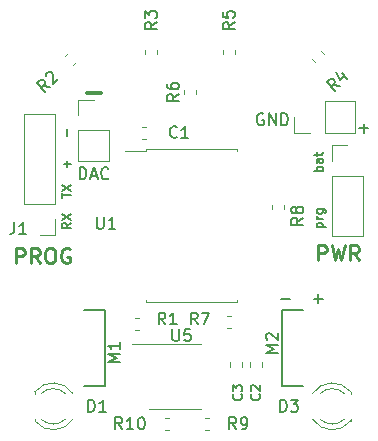
<source format=gbr>
G04 #@! TF.GenerationSoftware,KiCad,Pcbnew,(5.99.0-12170-ge0011fcd93)*
G04 #@! TF.CreationDate,2021-10-18T14:42:09-07:00*
G04 #@! TF.ProjectId,microbug,6d696372-6f62-4756-972e-6b696361645f,rev?*
G04 #@! TF.SameCoordinates,Original*
G04 #@! TF.FileFunction,Legend,Top*
G04 #@! TF.FilePolarity,Positive*
%FSLAX46Y46*%
G04 Gerber Fmt 4.6, Leading zero omitted, Abs format (unit mm)*
G04 Created by KiCad (PCBNEW (5.99.0-12170-ge0011fcd93)) date 2021-10-18 14:42:09*
%MOMM*%
%LPD*%
G01*
G04 APERTURE LIST*
%ADD10C,0.190500*%
%ADD11C,0.254000*%
%ADD12C,0.150000*%
%ADD13C,0.300000*%
%ADD14C,0.120000*%
G04 APERTURE END LIST*
D10*
X84672714Y-57458428D02*
X85434714Y-57458428D01*
X84709000Y-57458428D02*
X84672714Y-57385857D01*
X84672714Y-57240714D01*
X84709000Y-57168142D01*
X84745285Y-57131857D01*
X84817857Y-57095571D01*
X85035571Y-57095571D01*
X85108142Y-57131857D01*
X85144428Y-57168142D01*
X85180714Y-57240714D01*
X85180714Y-57385857D01*
X85144428Y-57458428D01*
X85180714Y-56769000D02*
X84672714Y-56769000D01*
X84817857Y-56769000D02*
X84745285Y-56732714D01*
X84709000Y-56696428D01*
X84672714Y-56623857D01*
X84672714Y-56551285D01*
X84672714Y-55970714D02*
X85289571Y-55970714D01*
X85362142Y-56007000D01*
X85398428Y-56043285D01*
X85434714Y-56115857D01*
X85434714Y-56224714D01*
X85398428Y-56297285D01*
X85144428Y-55970714D02*
X85180714Y-56043285D01*
X85180714Y-56188428D01*
X85144428Y-56261000D01*
X85108142Y-56297285D01*
X85035571Y-56333571D01*
X84817857Y-56333571D01*
X84745285Y-56297285D01*
X84709000Y-56261000D01*
X84672714Y-56188428D01*
X84672714Y-56043285D01*
X84709000Y-55970714D01*
X85180714Y-52705000D02*
X84418714Y-52705000D01*
X84709000Y-52705000D02*
X84672714Y-52632428D01*
X84672714Y-52487285D01*
X84709000Y-52414714D01*
X84745285Y-52378428D01*
X84817857Y-52342142D01*
X85035571Y-52342142D01*
X85108142Y-52378428D01*
X85144428Y-52414714D01*
X85180714Y-52487285D01*
X85180714Y-52632428D01*
X85144428Y-52705000D01*
X85180714Y-51689000D02*
X84781571Y-51689000D01*
X84709000Y-51725285D01*
X84672714Y-51797857D01*
X84672714Y-51943000D01*
X84709000Y-52015571D01*
X85144428Y-51689000D02*
X85180714Y-51761571D01*
X85180714Y-51943000D01*
X85144428Y-52015571D01*
X85071857Y-52051857D01*
X84999285Y-52051857D01*
X84926714Y-52015571D01*
X84890428Y-51943000D01*
X84890428Y-51761571D01*
X84854142Y-51689000D01*
X84672714Y-51435000D02*
X84672714Y-51144714D01*
X84418714Y-51326142D02*
X85071857Y-51326142D01*
X85144428Y-51289857D01*
X85180714Y-51217285D01*
X85180714Y-51144714D01*
X63844714Y-57095571D02*
X63481857Y-57349571D01*
X63844714Y-57530999D02*
X63082714Y-57530999D01*
X63082714Y-57240714D01*
X63119000Y-57168142D01*
X63155285Y-57131857D01*
X63227857Y-57095571D01*
X63336714Y-57095571D01*
X63409285Y-57131857D01*
X63445571Y-57168142D01*
X63481857Y-57240714D01*
X63481857Y-57530999D01*
X63082714Y-56841571D02*
X63844714Y-56333571D01*
X63082714Y-56333571D02*
X63844714Y-56841571D01*
X63082714Y-54990999D02*
X63082714Y-54555571D01*
X63844714Y-54773285D02*
X63082714Y-54773285D01*
X63082714Y-54374142D02*
X63844714Y-53866142D01*
X63082714Y-53866142D02*
X63844714Y-54374142D01*
X63554428Y-52414714D02*
X63554428Y-51834142D01*
X63844714Y-52124428D02*
X63264142Y-52124428D01*
X63554428Y-49729571D02*
X63554428Y-49149000D01*
D11*
X59200142Y-60518523D02*
X59200142Y-59248523D01*
X59683952Y-59248523D01*
X59804904Y-59309000D01*
X59865380Y-59369476D01*
X59925857Y-59490428D01*
X59925857Y-59671857D01*
X59865380Y-59792809D01*
X59804904Y-59853285D01*
X59683952Y-59913761D01*
X59200142Y-59913761D01*
X61195857Y-60518523D02*
X60772523Y-59913761D01*
X60470142Y-60518523D02*
X60470142Y-59248523D01*
X60953952Y-59248523D01*
X61074904Y-59309000D01*
X61135380Y-59369476D01*
X61195857Y-59490428D01*
X61195857Y-59671857D01*
X61135380Y-59792809D01*
X61074904Y-59853285D01*
X60953952Y-59913761D01*
X60470142Y-59913761D01*
X61982047Y-59248523D02*
X62223952Y-59248523D01*
X62344904Y-59309000D01*
X62465857Y-59429952D01*
X62526333Y-59671857D01*
X62526333Y-60095190D01*
X62465857Y-60337095D01*
X62344904Y-60458047D01*
X62223952Y-60518523D01*
X61982047Y-60518523D01*
X61861095Y-60458047D01*
X61740142Y-60337095D01*
X61679666Y-60095190D01*
X61679666Y-59671857D01*
X61740142Y-59429952D01*
X61861095Y-59309000D01*
X61982047Y-59248523D01*
X63735857Y-59309000D02*
X63614904Y-59248523D01*
X63433476Y-59248523D01*
X63252047Y-59309000D01*
X63131095Y-59429952D01*
X63070619Y-59550904D01*
X63010142Y-59792809D01*
X63010142Y-59974238D01*
X63070619Y-60216142D01*
X63131095Y-60337095D01*
X63252047Y-60458047D01*
X63433476Y-60518523D01*
X63554428Y-60518523D01*
X63735857Y-60458047D01*
X63796333Y-60397571D01*
X63796333Y-59974238D01*
X63554428Y-59974238D01*
X84793666Y-60264523D02*
X84793666Y-58994523D01*
X85277476Y-58994523D01*
X85398428Y-59055000D01*
X85458904Y-59115476D01*
X85519380Y-59236428D01*
X85519380Y-59417857D01*
X85458904Y-59538809D01*
X85398428Y-59599285D01*
X85277476Y-59659761D01*
X84793666Y-59659761D01*
X85942714Y-58994523D02*
X86245095Y-60264523D01*
X86487000Y-59357380D01*
X86728904Y-60264523D01*
X87031285Y-58994523D01*
X88240809Y-60264523D02*
X87817476Y-59659761D01*
X87515095Y-60264523D02*
X87515095Y-58994523D01*
X87998904Y-58994523D01*
X88119857Y-59055000D01*
X88180333Y-59115476D01*
X88240809Y-59236428D01*
X88240809Y-59417857D01*
X88180333Y-59538809D01*
X88119857Y-59599285D01*
X87998904Y-59659761D01*
X87515095Y-59659761D01*
D12*
X64595523Y-53411380D02*
X64595523Y-52411380D01*
X64833619Y-52411380D01*
X64976476Y-52459000D01*
X65071714Y-52554238D01*
X65119333Y-52649476D01*
X65166952Y-52839952D01*
X65166952Y-52982809D01*
X65119333Y-53173285D01*
X65071714Y-53268523D01*
X64976476Y-53363761D01*
X64833619Y-53411380D01*
X64595523Y-53411380D01*
X65547904Y-53125666D02*
X66024095Y-53125666D01*
X65452666Y-53411380D02*
X65786000Y-52411380D01*
X66119333Y-53411380D01*
X67024095Y-53316142D02*
X66976476Y-53363761D01*
X66833619Y-53411380D01*
X66738380Y-53411380D01*
X66595523Y-53363761D01*
X66500285Y-53268523D01*
X66452666Y-53173285D01*
X66405047Y-52982809D01*
X66405047Y-52839952D01*
X66452666Y-52649476D01*
X66500285Y-52554238D01*
X66595523Y-52459000D01*
X66738380Y-52411380D01*
X66833619Y-52411380D01*
X66976476Y-52459000D01*
X67024095Y-52506619D01*
X84394047Y-63546428D02*
X85155952Y-63546428D01*
X84775000Y-63927380D02*
X84775000Y-63165476D01*
X80137095Y-47887000D02*
X80041857Y-47839380D01*
X79899000Y-47839380D01*
X79756142Y-47887000D01*
X79660904Y-47982238D01*
X79613285Y-48077476D01*
X79565666Y-48267952D01*
X79565666Y-48410809D01*
X79613285Y-48601285D01*
X79660904Y-48696523D01*
X79756142Y-48791761D01*
X79899000Y-48839380D01*
X79994238Y-48839380D01*
X80137095Y-48791761D01*
X80184714Y-48744142D01*
X80184714Y-48410809D01*
X79994238Y-48410809D01*
X80613285Y-48839380D02*
X80613285Y-47839380D01*
X81184714Y-48839380D01*
X81184714Y-47839380D01*
X81660904Y-48839380D02*
X81660904Y-47839380D01*
X81899000Y-47839380D01*
X82041857Y-47887000D01*
X82137095Y-47982238D01*
X82184714Y-48077476D01*
X82232333Y-48267952D01*
X82232333Y-48410809D01*
X82184714Y-48601285D01*
X82137095Y-48696523D01*
X82041857Y-48791761D01*
X81899000Y-48839380D01*
X81660904Y-48839380D01*
X81669047Y-63596428D02*
X82430952Y-63596428D01*
X88265047Y-49093428D02*
X89026952Y-49093428D01*
X88646000Y-49474380D02*
X88646000Y-48712476D01*
D13*
X65214571Y-46081142D02*
X66357428Y-46081142D01*
D12*
X71101380Y-40114666D02*
X70625190Y-40448000D01*
X71101380Y-40686095D02*
X70101380Y-40686095D01*
X70101380Y-40305142D01*
X70149000Y-40209904D01*
X70196619Y-40162285D01*
X70291857Y-40114666D01*
X70434714Y-40114666D01*
X70529952Y-40162285D01*
X70577571Y-40209904D01*
X70625190Y-40305142D01*
X70625190Y-40686095D01*
X70101380Y-39781333D02*
X70101380Y-39162285D01*
X70482333Y-39495619D01*
X70482333Y-39352761D01*
X70529952Y-39257523D01*
X70577571Y-39209904D01*
X70672809Y-39162285D01*
X70910904Y-39162285D01*
X71006142Y-39209904D01*
X71053761Y-39257523D01*
X71101380Y-39352761D01*
X71101380Y-39638476D01*
X71053761Y-39733714D01*
X71006142Y-39781333D01*
X86627030Y-45512732D02*
X86054610Y-45411717D01*
X86222969Y-45916793D02*
X85515862Y-45209687D01*
X85785236Y-44940312D01*
X85886251Y-44906641D01*
X85953595Y-44906641D01*
X86054610Y-44940312D01*
X86155625Y-45041328D01*
X86189297Y-45142343D01*
X86189297Y-45209687D01*
X86155625Y-45310702D01*
X85886251Y-45580076D01*
X86761717Y-44435236D02*
X87233122Y-44906641D01*
X86323984Y-44334221D02*
X86660702Y-45007656D01*
X87098435Y-44569923D01*
X77705380Y-40142667D02*
X77229190Y-40476001D01*
X77705380Y-40714096D02*
X76705380Y-40714096D01*
X76705380Y-40333143D01*
X76753000Y-40237905D01*
X76800619Y-40190286D01*
X76895857Y-40142667D01*
X77038714Y-40142667D01*
X77133952Y-40190286D01*
X77181571Y-40237905D01*
X77229190Y-40333143D01*
X77229190Y-40714096D01*
X76705380Y-39237905D02*
X76705380Y-39714096D01*
X77181571Y-39761715D01*
X77133952Y-39714096D01*
X77086333Y-39618858D01*
X77086333Y-39380762D01*
X77133952Y-39285524D01*
X77181571Y-39237905D01*
X77276809Y-39190286D01*
X77514904Y-39190286D01*
X77610142Y-39237905D01*
X77657761Y-39285524D01*
X77705380Y-39380762D01*
X77705380Y-39618858D01*
X77657761Y-39714096D01*
X77610142Y-39761715D01*
X72973380Y-46196665D02*
X72497190Y-46529999D01*
X72973380Y-46768094D02*
X71973380Y-46768094D01*
X71973380Y-46387141D01*
X72021000Y-46291903D01*
X72068619Y-46244284D01*
X72163857Y-46196665D01*
X72306714Y-46196665D01*
X72401952Y-46244284D01*
X72449571Y-46291903D01*
X72497190Y-46387141D01*
X72497190Y-46768094D01*
X71973380Y-45339522D02*
X71973380Y-45529999D01*
X72021000Y-45625237D01*
X72068619Y-45672856D01*
X72211476Y-45768094D01*
X72401952Y-45815713D01*
X72782904Y-45815713D01*
X72878142Y-45768094D01*
X72925761Y-45720475D01*
X72973380Y-45625237D01*
X72973380Y-45434760D01*
X72925761Y-45339522D01*
X72878142Y-45291903D01*
X72782904Y-45244284D01*
X72544809Y-45244284D01*
X72449571Y-45291903D01*
X72401952Y-45339522D01*
X72354333Y-45434760D01*
X72354333Y-45625237D01*
X72401952Y-45720475D01*
X72449571Y-45768094D01*
X72544809Y-45815713D01*
X62088030Y-45592732D02*
X61515610Y-45491717D01*
X61683969Y-45996793D02*
X60976862Y-45289687D01*
X61246236Y-45020312D01*
X61347251Y-44986641D01*
X61414595Y-44986641D01*
X61515610Y-45020312D01*
X61616625Y-45121328D01*
X61650297Y-45222343D01*
X61650297Y-45289687D01*
X61616625Y-45390702D01*
X61347251Y-45660076D01*
X61717641Y-44683595D02*
X61717641Y-44616251D01*
X61751312Y-44515236D01*
X61919671Y-44346877D01*
X62020687Y-44313206D01*
X62088030Y-44313206D01*
X62189045Y-44346877D01*
X62256389Y-44414221D01*
X62323732Y-44548908D01*
X62323732Y-45357030D01*
X62761465Y-44919297D01*
X79787714Y-71621333D02*
X79825809Y-71659428D01*
X79863904Y-71773714D01*
X79863904Y-71849904D01*
X79825809Y-71964190D01*
X79749619Y-72040380D01*
X79673428Y-72078476D01*
X79521047Y-72116571D01*
X79406761Y-72116571D01*
X79254380Y-72078476D01*
X79178190Y-72040380D01*
X79102000Y-71964190D01*
X79063904Y-71849904D01*
X79063904Y-71773714D01*
X79102000Y-71659428D01*
X79140095Y-71621333D01*
X79140095Y-71316571D02*
X79102000Y-71278476D01*
X79063904Y-71202285D01*
X79063904Y-71011809D01*
X79102000Y-70935619D01*
X79140095Y-70897523D01*
X79216285Y-70859428D01*
X79292476Y-70859428D01*
X79406761Y-70897523D01*
X79863904Y-71354666D01*
X79863904Y-70859428D01*
X78263714Y-71621333D02*
X78301809Y-71659428D01*
X78339904Y-71773714D01*
X78339904Y-71849904D01*
X78301809Y-71964190D01*
X78225619Y-72040380D01*
X78149428Y-72078476D01*
X77997047Y-72116571D01*
X77882761Y-72116571D01*
X77730380Y-72078476D01*
X77654190Y-72040380D01*
X77578000Y-71964190D01*
X77539904Y-71849904D01*
X77539904Y-71773714D01*
X77578000Y-71659428D01*
X77616095Y-71621333D01*
X77539904Y-71354666D02*
X77539904Y-70859428D01*
X77844666Y-71126095D01*
X77844666Y-71011809D01*
X77882761Y-70935619D01*
X77920857Y-70897523D01*
X77997047Y-70859428D01*
X78187523Y-70859428D01*
X78263714Y-70897523D01*
X78301809Y-70935619D01*
X78339904Y-71011809D01*
X78339904Y-71240380D01*
X78301809Y-71316571D01*
X78263714Y-71354666D01*
X68000380Y-68900523D02*
X67000380Y-68900523D01*
X67714666Y-68567190D01*
X67000380Y-68233857D01*
X68000380Y-68233857D01*
X68000380Y-67233857D02*
X68000380Y-67805285D01*
X68000380Y-67519571D02*
X67000380Y-67519571D01*
X67143238Y-67614809D01*
X67238476Y-67710047D01*
X67286095Y-67805285D01*
X81367380Y-68100523D02*
X80367380Y-68100523D01*
X81081666Y-67767190D01*
X80367380Y-67433857D01*
X81367380Y-67433857D01*
X80462619Y-67005285D02*
X80415000Y-66957666D01*
X80367380Y-66862428D01*
X80367380Y-66624333D01*
X80415000Y-66529095D01*
X80462619Y-66481476D01*
X80557857Y-66433857D01*
X80653095Y-66433857D01*
X80795952Y-66481476D01*
X81367380Y-67052904D01*
X81367380Y-66433857D01*
X66040095Y-56602380D02*
X66040095Y-57411904D01*
X66087714Y-57507142D01*
X66135333Y-57554761D01*
X66230571Y-57602380D01*
X66421047Y-57602380D01*
X66516285Y-57554761D01*
X66563904Y-57507142D01*
X66611523Y-57411904D01*
X66611523Y-56602380D01*
X67611523Y-57602380D02*
X67040095Y-57602380D01*
X67325809Y-57602380D02*
X67325809Y-56602380D01*
X67230571Y-56745238D01*
X67135333Y-56840476D01*
X67040095Y-56888095D01*
X71842333Y-65702380D02*
X71509000Y-65226190D01*
X71270904Y-65702380D02*
X71270904Y-64702380D01*
X71651857Y-64702380D01*
X71747095Y-64750000D01*
X71794714Y-64797619D01*
X71842333Y-64892857D01*
X71842333Y-65035714D01*
X71794714Y-65130952D01*
X71747095Y-65178571D01*
X71651857Y-65226190D01*
X71270904Y-65226190D01*
X72794714Y-65702380D02*
X72223285Y-65702380D01*
X72509000Y-65702380D02*
X72509000Y-64702380D01*
X72413761Y-64845238D01*
X72318523Y-64940476D01*
X72223285Y-64988095D01*
X72833333Y-49833142D02*
X72785714Y-49880761D01*
X72642857Y-49928380D01*
X72547619Y-49928380D01*
X72404761Y-49880761D01*
X72309523Y-49785523D01*
X72261904Y-49690285D01*
X72214285Y-49499809D01*
X72214285Y-49356952D01*
X72261904Y-49166476D01*
X72309523Y-49071238D01*
X72404761Y-48976000D01*
X72547619Y-48928380D01*
X72642857Y-48928380D01*
X72785714Y-48976000D01*
X72833333Y-49023619D01*
X73785714Y-49928380D02*
X73214285Y-49928380D01*
X73500000Y-49928380D02*
X73500000Y-48928380D01*
X73404761Y-49071238D01*
X73309523Y-49166476D01*
X73214285Y-49214095D01*
X74583333Y-65702380D02*
X74250000Y-65226190D01*
X74011904Y-65702380D02*
X74011904Y-64702380D01*
X74392857Y-64702380D01*
X74488095Y-64750000D01*
X74535714Y-64797619D01*
X74583333Y-64892857D01*
X74583333Y-65035714D01*
X74535714Y-65130952D01*
X74488095Y-65178571D01*
X74392857Y-65226190D01*
X74011904Y-65226190D01*
X74916666Y-64702380D02*
X75583333Y-64702380D01*
X75154761Y-65702380D01*
X65301904Y-73096380D02*
X65301904Y-72096380D01*
X65540000Y-72096380D01*
X65682857Y-72144000D01*
X65778095Y-72239238D01*
X65825714Y-72334476D01*
X65873333Y-72524952D01*
X65873333Y-72667809D01*
X65825714Y-72858285D01*
X65778095Y-72953523D01*
X65682857Y-73048761D01*
X65540000Y-73096380D01*
X65301904Y-73096380D01*
X66825714Y-73096380D02*
X66254285Y-73096380D01*
X66540000Y-73096380D02*
X66540000Y-72096380D01*
X66444761Y-72239238D01*
X66349523Y-72334476D01*
X66254285Y-72382095D01*
X81557904Y-73096380D02*
X81557904Y-72096380D01*
X81796000Y-72096380D01*
X81938857Y-72144000D01*
X82034095Y-72239238D01*
X82081714Y-72334476D01*
X82129333Y-72524952D01*
X82129333Y-72667809D01*
X82081714Y-72858285D01*
X82034095Y-72953523D01*
X81938857Y-73048761D01*
X81796000Y-73096380D01*
X81557904Y-73096380D01*
X82462666Y-72096380D02*
X83081714Y-72096380D01*
X82748380Y-72477333D01*
X82891238Y-72477333D01*
X82986476Y-72524952D01*
X83034095Y-72572571D01*
X83081714Y-72667809D01*
X83081714Y-72905904D01*
X83034095Y-73001142D01*
X82986476Y-73048761D01*
X82891238Y-73096380D01*
X82605523Y-73096380D01*
X82510285Y-73048761D01*
X82462666Y-73001142D01*
X72438095Y-66106380D02*
X72438095Y-66915904D01*
X72485714Y-67011142D01*
X72533333Y-67058761D01*
X72628571Y-67106380D01*
X72819047Y-67106380D01*
X72914285Y-67058761D01*
X72961904Y-67011142D01*
X73009523Y-66915904D01*
X73009523Y-66106380D01*
X73961904Y-66106380D02*
X73485714Y-66106380D01*
X73438095Y-66582571D01*
X73485714Y-66534952D01*
X73580952Y-66487333D01*
X73819047Y-66487333D01*
X73914285Y-66534952D01*
X73961904Y-66582571D01*
X74009523Y-66677809D01*
X74009523Y-66915904D01*
X73961904Y-67011142D01*
X73914285Y-67058761D01*
X73819047Y-67106380D01*
X73580952Y-67106380D01*
X73485714Y-67058761D01*
X73438095Y-67011142D01*
X83510380Y-56681666D02*
X83034190Y-57015000D01*
X83510380Y-57253095D02*
X82510380Y-57253095D01*
X82510380Y-56872142D01*
X82558000Y-56776904D01*
X82605619Y-56729285D01*
X82700857Y-56681666D01*
X82843714Y-56681666D01*
X82938952Y-56729285D01*
X82986571Y-56776904D01*
X83034190Y-56872142D01*
X83034190Y-57253095D01*
X82938952Y-56110238D02*
X82891333Y-56205476D01*
X82843714Y-56253095D01*
X82748476Y-56300714D01*
X82700857Y-56300714D01*
X82605619Y-56253095D01*
X82558000Y-56205476D01*
X82510380Y-56110238D01*
X82510380Y-55919761D01*
X82558000Y-55824523D01*
X82605619Y-55776904D01*
X82700857Y-55729285D01*
X82748476Y-55729285D01*
X82843714Y-55776904D01*
X82891333Y-55824523D01*
X82938952Y-55919761D01*
X82938952Y-56110238D01*
X82986571Y-56205476D01*
X83034190Y-56253095D01*
X83129428Y-56300714D01*
X83319904Y-56300714D01*
X83415142Y-56253095D01*
X83462761Y-56205476D01*
X83510380Y-56110238D01*
X83510380Y-55919761D01*
X83462761Y-55824523D01*
X83415142Y-55776904D01*
X83319904Y-55729285D01*
X83129428Y-55729285D01*
X83034190Y-55776904D01*
X82986571Y-55824523D01*
X82938952Y-55919761D01*
X68191142Y-74569580D02*
X67857809Y-74093390D01*
X67619714Y-74569580D02*
X67619714Y-73569580D01*
X68000666Y-73569580D01*
X68095904Y-73617200D01*
X68143523Y-73664819D01*
X68191142Y-73760057D01*
X68191142Y-73902914D01*
X68143523Y-73998152D01*
X68095904Y-74045771D01*
X68000666Y-74093390D01*
X67619714Y-74093390D01*
X69143523Y-74569580D02*
X68572095Y-74569580D01*
X68857809Y-74569580D02*
X68857809Y-73569580D01*
X68762571Y-73712438D01*
X68667333Y-73807676D01*
X68572095Y-73855295D01*
X69762571Y-73569580D02*
X69857809Y-73569580D01*
X69953047Y-73617200D01*
X70000666Y-73664819D01*
X70048285Y-73760057D01*
X70095904Y-73950533D01*
X70095904Y-74188628D01*
X70048285Y-74379104D01*
X70000666Y-74474342D01*
X69953047Y-74521961D01*
X69857809Y-74569580D01*
X69762571Y-74569580D01*
X69667333Y-74521961D01*
X69619714Y-74474342D01*
X69572095Y-74379104D01*
X69524476Y-74188628D01*
X69524476Y-73950533D01*
X69572095Y-73760057D01*
X69619714Y-73664819D01*
X69667333Y-73617200D01*
X69762571Y-73569580D01*
X77836733Y-74569580D02*
X77503400Y-74093390D01*
X77265304Y-74569580D02*
X77265304Y-73569580D01*
X77646257Y-73569580D01*
X77741495Y-73617200D01*
X77789114Y-73664819D01*
X77836733Y-73760057D01*
X77836733Y-73902914D01*
X77789114Y-73998152D01*
X77741495Y-74045771D01*
X77646257Y-74093390D01*
X77265304Y-74093390D01*
X78312923Y-74569580D02*
X78503400Y-74569580D01*
X78598638Y-74521961D01*
X78646257Y-74474342D01*
X78741495Y-74331485D01*
X78789114Y-74141009D01*
X78789114Y-73760057D01*
X78741495Y-73664819D01*
X78693876Y-73617200D01*
X78598638Y-73569580D01*
X78408161Y-73569580D01*
X78312923Y-73617200D01*
X78265304Y-73664819D01*
X78217685Y-73760057D01*
X78217685Y-73998152D01*
X78265304Y-74093390D01*
X78312923Y-74141009D01*
X78408161Y-74188628D01*
X78598638Y-74188628D01*
X78693876Y-74141009D01*
X78741495Y-74093390D01*
X78789114Y-73998152D01*
X59066666Y-57052380D02*
X59066666Y-57766666D01*
X59019047Y-57909523D01*
X58923809Y-58004761D01*
X58780952Y-58052380D01*
X58685714Y-58052380D01*
X60066666Y-58052380D02*
X59495238Y-58052380D01*
X59780952Y-58052380D02*
X59780952Y-57052380D01*
X59685714Y-57195238D01*
X59590476Y-57290476D01*
X59495238Y-57338095D01*
D14*
X71159000Y-42457734D02*
X71159000Y-42800268D01*
X70139000Y-42457734D02*
X70139000Y-42800268D01*
X85244011Y-42772762D02*
X85001802Y-42530553D01*
X84522762Y-43494011D02*
X84280553Y-43251802D01*
X77763000Y-42457733D02*
X77763000Y-42800267D01*
X76743000Y-42457733D02*
X76743000Y-42800267D01*
X74461000Y-46201266D02*
X74461000Y-45858732D01*
X73441000Y-46201266D02*
X73441000Y-45858732D01*
X85929000Y-58249000D02*
X88589000Y-58249000D01*
X85929000Y-53109000D02*
X88589000Y-53109000D01*
X85929000Y-53109000D02*
X85929000Y-58249000D01*
X88589000Y-53109000D02*
X88589000Y-58249000D01*
X85929000Y-51839000D02*
X85929000Y-50509000D01*
X85929000Y-50509000D02*
X87259000Y-50509000D01*
X63325553Y-42994198D02*
X63567762Y-42751989D01*
X64046802Y-43715447D02*
X64289011Y-43473238D01*
X78992000Y-68930733D02*
X78992000Y-69273267D01*
X80012000Y-68930733D02*
X80012000Y-69273267D01*
X77341000Y-68930733D02*
X77341000Y-69273267D01*
X78361000Y-68930733D02*
X78361000Y-69273267D01*
D12*
X64948000Y-64491000D02*
X66748000Y-64491000D01*
X66748000Y-70891000D02*
X64948000Y-70891000D01*
X66748000Y-64491000D02*
X66748000Y-70891000D01*
X83515000Y-70891000D02*
X81715000Y-70891000D01*
X81715000Y-64491000D02*
X83515000Y-64491000D01*
X81715000Y-70891000D02*
X81715000Y-64491000D01*
D14*
X77938000Y-63850000D02*
X77938000Y-63615000D01*
X70218000Y-63850000D02*
X70218000Y-63615000D01*
X70218000Y-50830000D02*
X70218000Y-51065000D01*
X70218000Y-51065000D02*
X68403000Y-51065000D01*
X77938000Y-50830000D02*
X77938000Y-51065000D01*
X74078000Y-50830000D02*
X77938000Y-50830000D01*
X74078000Y-50830000D02*
X70218000Y-50830000D01*
X74078000Y-63850000D02*
X70218000Y-63850000D01*
X74078000Y-63850000D02*
X77938000Y-63850000D01*
X69297733Y-66169000D02*
X69640267Y-66169000D01*
X69297733Y-65149000D02*
X69640267Y-65149000D01*
X70171267Y-49986000D02*
X69828733Y-49986000D01*
X70171267Y-48966000D02*
X69828733Y-48966000D01*
X77387267Y-66042000D02*
X77044733Y-66042000D01*
X77387267Y-65022000D02*
X77044733Y-65022000D01*
X64456000Y-48006000D02*
X64456000Y-46676000D01*
X64456000Y-51876000D02*
X67116000Y-51876000D01*
X67116000Y-49276000D02*
X67116000Y-51876000D01*
X64456000Y-49276000D02*
X67116000Y-49276000D01*
X64456000Y-46676000D02*
X65786000Y-46676000D01*
X64456000Y-49276000D02*
X64456000Y-51876000D01*
X60797000Y-71408000D02*
X60797000Y-71564000D01*
X60797000Y-73724000D02*
X60797000Y-73880000D01*
X63398130Y-71564163D02*
G75*
G03*
X61316039Y-71564000I-1041130J-1079837D01*
G01*
X63398130Y-73723837D02*
G75*
G02*
X61316039Y-73724000I-1041130J1079837D01*
G01*
X64029335Y-71565392D02*
G75*
G03*
X60797000Y-71408484I-1672335J-1078608D01*
G01*
X64029335Y-73722608D02*
G75*
G02*
X60797000Y-73879516I-1672335J1078608D01*
G01*
X87539000Y-73880000D02*
X87539000Y-73724000D01*
X87539000Y-71564000D02*
X87539000Y-71408000D01*
X84937870Y-71564163D02*
G75*
G02*
X87019961Y-71564000I1041130J-1079837D01*
G01*
X84306665Y-73722608D02*
G75*
G03*
X87539000Y-73879516I1672335J1078608D01*
G01*
X84937870Y-73723837D02*
G75*
G03*
X87019961Y-73724000I1041130J1079837D01*
G01*
X84306665Y-71565392D02*
G75*
G02*
X87539000Y-71408484I1672335J-1078608D01*
G01*
X72644000Y-67369000D02*
X74844000Y-67369000D01*
X72644000Y-72839000D02*
X74844000Y-72839000D01*
X72644000Y-72839000D02*
X70444000Y-72839000D01*
X72644000Y-67369000D02*
X69044000Y-67369000D01*
X85339000Y-49488400D02*
X85339000Y-46828400D01*
X85339000Y-46828400D02*
X87939000Y-46828400D01*
X82739000Y-49488400D02*
X82739000Y-48158400D01*
X85339000Y-49488400D02*
X87939000Y-49488400D01*
X87939000Y-49488400D02*
X87939000Y-46828400D01*
X84069000Y-49488400D02*
X82739000Y-49488400D01*
X80890000Y-55628733D02*
X80890000Y-55971267D01*
X81910000Y-55628733D02*
X81910000Y-55971267D01*
X71837733Y-74627200D02*
X72180267Y-74627200D01*
X71837733Y-73607200D02*
X72180267Y-73607200D01*
X75583867Y-74627200D02*
X75241333Y-74627200D01*
X75583867Y-73607200D02*
X75241333Y-73607200D01*
X62530000Y-55530000D02*
X62530000Y-47850000D01*
X62530000Y-55530000D02*
X59870000Y-55530000D01*
X62530000Y-58130000D02*
X61200000Y-58130000D01*
X62530000Y-47850000D02*
X59870000Y-47850000D01*
X62530000Y-56800000D02*
X62530000Y-58130000D01*
X59870000Y-55530000D02*
X59870000Y-47850000D01*
M02*

</source>
